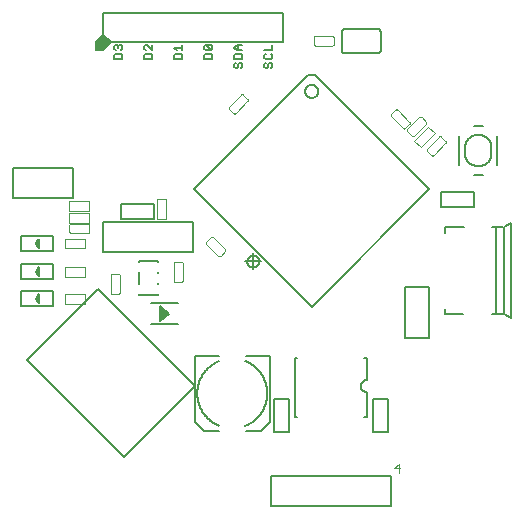
<source format=gto>
G75*
%MOIN*%
%OFA0B0*%
%FSLAX25Y25*%
%IPPOS*%
%LPD*%
%AMOC8*
5,1,8,0,0,1.08239X$1,22.5*
%
%ADD10C,0.00300*%
%ADD11C,0.00500*%
%ADD12C,0.00600*%
%ADD13C,0.00800*%
D10*
X0100619Y0113447D02*
X0100619Y0116553D01*
X0107225Y0116553D01*
X0107225Y0113447D01*
X0100619Y0113447D01*
X0115869Y0117197D02*
X0115869Y0122803D01*
X0115871Y0122847D01*
X0115877Y0122890D01*
X0115886Y0122932D01*
X0115899Y0122974D01*
X0115916Y0123014D01*
X0115936Y0123053D01*
X0115959Y0123090D01*
X0115986Y0123124D01*
X0116015Y0123157D01*
X0116048Y0123186D01*
X0116082Y0123213D01*
X0116119Y0123236D01*
X0116158Y0123256D01*
X0116198Y0123273D01*
X0116240Y0123286D01*
X0116282Y0123295D01*
X0116325Y0123301D01*
X0116369Y0123303D01*
X0118475Y0123303D01*
X0118519Y0123301D01*
X0118562Y0123295D01*
X0118604Y0123286D01*
X0118646Y0123273D01*
X0118686Y0123256D01*
X0118725Y0123236D01*
X0118762Y0123213D01*
X0118796Y0123186D01*
X0118829Y0123157D01*
X0118858Y0123124D01*
X0118885Y0123090D01*
X0118908Y0123053D01*
X0118928Y0123014D01*
X0118945Y0122974D01*
X0118958Y0122932D01*
X0118967Y0122890D01*
X0118973Y0122847D01*
X0118975Y0122803D01*
X0118975Y0117197D01*
X0118973Y0117153D01*
X0118967Y0117110D01*
X0118958Y0117068D01*
X0118945Y0117026D01*
X0118928Y0116986D01*
X0118908Y0116947D01*
X0118885Y0116910D01*
X0118858Y0116876D01*
X0118829Y0116843D01*
X0118796Y0116814D01*
X0118762Y0116787D01*
X0118725Y0116764D01*
X0118686Y0116744D01*
X0118646Y0116727D01*
X0118604Y0116714D01*
X0118562Y0116705D01*
X0118519Y0116699D01*
X0118475Y0116697D01*
X0116369Y0116697D01*
X0116325Y0116699D01*
X0116282Y0116705D01*
X0116240Y0116714D01*
X0116198Y0116727D01*
X0116158Y0116744D01*
X0116119Y0116764D01*
X0116082Y0116787D01*
X0116048Y0116814D01*
X0116015Y0116843D01*
X0115986Y0116876D01*
X0115959Y0116910D01*
X0115936Y0116947D01*
X0115916Y0116986D01*
X0115899Y0117026D01*
X0115886Y0117068D01*
X0115877Y0117110D01*
X0115871Y0117153D01*
X0115869Y0117197D01*
X0107225Y0122447D02*
X0100619Y0122447D01*
X0100619Y0125553D01*
X0107225Y0125553D01*
X0107225Y0122447D01*
X0107225Y0131947D02*
X0100619Y0131947D01*
X0100619Y0135053D01*
X0107225Y0135053D01*
X0107225Y0131947D01*
X0108225Y0136947D02*
X0102619Y0136947D01*
X0102575Y0136949D01*
X0102532Y0136955D01*
X0102490Y0136964D01*
X0102448Y0136977D01*
X0102408Y0136994D01*
X0102369Y0137014D01*
X0102332Y0137037D01*
X0102298Y0137064D01*
X0102265Y0137093D01*
X0102236Y0137126D01*
X0102209Y0137160D01*
X0102186Y0137197D01*
X0102166Y0137236D01*
X0102149Y0137276D01*
X0102136Y0137318D01*
X0102127Y0137360D01*
X0102121Y0137403D01*
X0102119Y0137447D01*
X0102119Y0139553D01*
X0102121Y0139597D01*
X0102127Y0139640D01*
X0102136Y0139682D01*
X0102149Y0139724D01*
X0102166Y0139764D01*
X0102186Y0139803D01*
X0102209Y0139840D01*
X0102236Y0139874D01*
X0102265Y0139907D01*
X0102298Y0139936D01*
X0102332Y0139963D01*
X0102369Y0139986D01*
X0102408Y0140006D01*
X0102448Y0140023D01*
X0102490Y0140036D01*
X0102532Y0140045D01*
X0102575Y0140051D01*
X0102619Y0140053D01*
X0108225Y0140053D01*
X0108269Y0140051D01*
X0108312Y0140045D01*
X0108354Y0140036D01*
X0108396Y0140023D01*
X0108436Y0140006D01*
X0108475Y0139986D01*
X0108512Y0139963D01*
X0108546Y0139936D01*
X0108579Y0139907D01*
X0108608Y0139874D01*
X0108635Y0139840D01*
X0108658Y0139803D01*
X0108678Y0139764D01*
X0108695Y0139724D01*
X0108708Y0139682D01*
X0108717Y0139640D01*
X0108723Y0139597D01*
X0108725Y0139553D01*
X0108725Y0137447D01*
X0108723Y0137403D01*
X0108717Y0137360D01*
X0108708Y0137318D01*
X0108695Y0137276D01*
X0108678Y0137236D01*
X0108658Y0137197D01*
X0108635Y0137160D01*
X0108608Y0137126D01*
X0108579Y0137093D01*
X0108546Y0137064D01*
X0108512Y0137037D01*
X0108475Y0137014D01*
X0108436Y0136994D01*
X0108396Y0136977D01*
X0108354Y0136964D01*
X0108312Y0136955D01*
X0108269Y0136949D01*
X0108225Y0136947D01*
X0108725Y0140447D02*
X0102119Y0140447D01*
X0102119Y0143553D01*
X0108725Y0143553D01*
X0108725Y0140447D01*
X0108725Y0144447D02*
X0108725Y0147553D01*
X0102119Y0147553D01*
X0102119Y0144447D01*
X0108725Y0144447D01*
X0131369Y0141697D02*
X0131369Y0148303D01*
X0134475Y0148303D01*
X0134475Y0141697D01*
X0131369Y0141697D01*
X0147841Y0134091D02*
X0149331Y0135580D01*
X0149330Y0135581D02*
X0149363Y0135610D01*
X0149397Y0135637D01*
X0149434Y0135660D01*
X0149473Y0135680D01*
X0149513Y0135697D01*
X0149555Y0135710D01*
X0149597Y0135719D01*
X0149640Y0135725D01*
X0149684Y0135727D01*
X0149728Y0135725D01*
X0149771Y0135719D01*
X0149813Y0135710D01*
X0149855Y0135697D01*
X0149895Y0135680D01*
X0149934Y0135660D01*
X0149971Y0135637D01*
X0150005Y0135610D01*
X0150038Y0135581D01*
X0150038Y0135580D02*
X0154002Y0131616D01*
X0154003Y0131617D02*
X0154032Y0131584D01*
X0154059Y0131550D01*
X0154082Y0131513D01*
X0154102Y0131474D01*
X0154119Y0131434D01*
X0154132Y0131392D01*
X0154141Y0131350D01*
X0154147Y0131307D01*
X0154149Y0131263D01*
X0154147Y0131219D01*
X0154141Y0131176D01*
X0154132Y0131134D01*
X0154119Y0131092D01*
X0154102Y0131052D01*
X0154082Y0131013D01*
X0154059Y0130976D01*
X0154032Y0130942D01*
X0154003Y0130909D01*
X0154002Y0130909D02*
X0152513Y0129420D01*
X0152513Y0129419D02*
X0152480Y0129390D01*
X0152446Y0129363D01*
X0152409Y0129340D01*
X0152370Y0129320D01*
X0152330Y0129303D01*
X0152288Y0129290D01*
X0152246Y0129281D01*
X0152203Y0129275D01*
X0152159Y0129273D01*
X0152115Y0129275D01*
X0152072Y0129281D01*
X0152030Y0129290D01*
X0151988Y0129303D01*
X0151948Y0129320D01*
X0151909Y0129340D01*
X0151872Y0129363D01*
X0151838Y0129390D01*
X0151805Y0129419D01*
X0151806Y0129420D02*
X0147841Y0133384D01*
X0147841Y0133383D02*
X0147812Y0133416D01*
X0147785Y0133450D01*
X0147762Y0133487D01*
X0147742Y0133526D01*
X0147725Y0133566D01*
X0147712Y0133608D01*
X0147703Y0133650D01*
X0147697Y0133693D01*
X0147695Y0133737D01*
X0147697Y0133781D01*
X0147703Y0133824D01*
X0147712Y0133866D01*
X0147725Y0133908D01*
X0147742Y0133948D01*
X0147762Y0133987D01*
X0147785Y0134024D01*
X0147812Y0134058D01*
X0147841Y0134091D01*
X0139975Y0126803D02*
X0139975Y0121197D01*
X0139973Y0121153D01*
X0139967Y0121110D01*
X0139958Y0121068D01*
X0139945Y0121026D01*
X0139928Y0120986D01*
X0139908Y0120947D01*
X0139885Y0120910D01*
X0139858Y0120876D01*
X0139829Y0120843D01*
X0139796Y0120814D01*
X0139762Y0120787D01*
X0139725Y0120764D01*
X0139686Y0120744D01*
X0139646Y0120727D01*
X0139604Y0120714D01*
X0139562Y0120705D01*
X0139519Y0120699D01*
X0139475Y0120697D01*
X0137369Y0120697D01*
X0137325Y0120699D01*
X0137282Y0120705D01*
X0137240Y0120714D01*
X0137198Y0120727D01*
X0137158Y0120744D01*
X0137119Y0120764D01*
X0137082Y0120787D01*
X0137048Y0120814D01*
X0137015Y0120843D01*
X0136986Y0120876D01*
X0136959Y0120910D01*
X0136936Y0120947D01*
X0136916Y0120986D01*
X0136899Y0121026D01*
X0136886Y0121068D01*
X0136877Y0121110D01*
X0136871Y0121153D01*
X0136869Y0121197D01*
X0136869Y0126803D01*
X0136871Y0126847D01*
X0136877Y0126890D01*
X0136886Y0126932D01*
X0136899Y0126974D01*
X0136916Y0127014D01*
X0136936Y0127053D01*
X0136959Y0127090D01*
X0136986Y0127124D01*
X0137015Y0127157D01*
X0137048Y0127186D01*
X0137082Y0127213D01*
X0137119Y0127236D01*
X0137158Y0127256D01*
X0137198Y0127273D01*
X0137240Y0127286D01*
X0137282Y0127295D01*
X0137325Y0127301D01*
X0137369Y0127303D01*
X0139475Y0127303D01*
X0139519Y0127301D01*
X0139562Y0127295D01*
X0139604Y0127286D01*
X0139646Y0127273D01*
X0139686Y0127256D01*
X0139725Y0127236D01*
X0139762Y0127213D01*
X0139796Y0127186D01*
X0139829Y0127157D01*
X0139858Y0127124D01*
X0139885Y0127090D01*
X0139908Y0127053D01*
X0139928Y0127014D01*
X0139945Y0126974D01*
X0139958Y0126932D01*
X0139967Y0126890D01*
X0139973Y0126847D01*
X0139975Y0126803D01*
X0214841Y0170909D02*
X0216331Y0169420D01*
X0216330Y0169419D02*
X0216363Y0169390D01*
X0216397Y0169363D01*
X0216434Y0169340D01*
X0216473Y0169320D01*
X0216513Y0169303D01*
X0216555Y0169290D01*
X0216597Y0169281D01*
X0216640Y0169275D01*
X0216684Y0169273D01*
X0216728Y0169275D01*
X0216771Y0169281D01*
X0216813Y0169290D01*
X0216855Y0169303D01*
X0216895Y0169320D01*
X0216934Y0169340D01*
X0216971Y0169363D01*
X0217005Y0169390D01*
X0217038Y0169419D01*
X0217038Y0169420D02*
X0221002Y0173384D01*
X0221003Y0173383D02*
X0221032Y0173416D01*
X0221059Y0173450D01*
X0221082Y0173487D01*
X0221102Y0173526D01*
X0221119Y0173566D01*
X0221132Y0173608D01*
X0221141Y0173650D01*
X0221147Y0173693D01*
X0221149Y0173737D01*
X0221147Y0173781D01*
X0221141Y0173824D01*
X0221132Y0173866D01*
X0221119Y0173908D01*
X0221102Y0173948D01*
X0221082Y0173987D01*
X0221059Y0174024D01*
X0221032Y0174058D01*
X0221003Y0174091D01*
X0221002Y0174091D02*
X0219513Y0175580D01*
X0219513Y0175581D02*
X0219480Y0175610D01*
X0219446Y0175637D01*
X0219409Y0175660D01*
X0219370Y0175680D01*
X0219330Y0175697D01*
X0219288Y0175710D01*
X0219246Y0175719D01*
X0219203Y0175725D01*
X0219159Y0175727D01*
X0219115Y0175725D01*
X0219072Y0175719D01*
X0219030Y0175710D01*
X0218988Y0175697D01*
X0218948Y0175680D01*
X0218909Y0175660D01*
X0218872Y0175637D01*
X0218838Y0175610D01*
X0218805Y0175581D01*
X0218806Y0175580D02*
X0214841Y0171616D01*
X0214841Y0171617D02*
X0214812Y0171584D01*
X0214785Y0171550D01*
X0214762Y0171513D01*
X0214742Y0171474D01*
X0214725Y0171434D01*
X0214712Y0171392D01*
X0214703Y0171350D01*
X0214697Y0171307D01*
X0214695Y0171263D01*
X0214697Y0171219D01*
X0214703Y0171176D01*
X0214712Y0171134D01*
X0214725Y0171092D01*
X0214742Y0171052D01*
X0214762Y0171013D01*
X0214785Y0170976D01*
X0214812Y0170942D01*
X0214841Y0170909D01*
X0214013Y0171920D02*
X0215502Y0173409D01*
X0215503Y0173409D02*
X0215532Y0173442D01*
X0215559Y0173476D01*
X0215582Y0173513D01*
X0215602Y0173552D01*
X0215619Y0173592D01*
X0215632Y0173634D01*
X0215641Y0173676D01*
X0215647Y0173719D01*
X0215649Y0173763D01*
X0215647Y0173807D01*
X0215641Y0173850D01*
X0215632Y0173892D01*
X0215619Y0173934D01*
X0215602Y0173974D01*
X0215582Y0174013D01*
X0215559Y0174050D01*
X0215532Y0174084D01*
X0215503Y0174117D01*
X0215502Y0174116D02*
X0211538Y0178080D01*
X0211538Y0178081D02*
X0211505Y0178110D01*
X0211471Y0178137D01*
X0211434Y0178160D01*
X0211395Y0178180D01*
X0211355Y0178197D01*
X0211313Y0178210D01*
X0211271Y0178219D01*
X0211228Y0178225D01*
X0211184Y0178227D01*
X0211140Y0178225D01*
X0211097Y0178219D01*
X0211055Y0178210D01*
X0211013Y0178197D01*
X0210973Y0178180D01*
X0210934Y0178160D01*
X0210897Y0178137D01*
X0210863Y0178110D01*
X0210830Y0178081D01*
X0210831Y0178080D02*
X0209341Y0176591D01*
X0209312Y0176558D01*
X0209285Y0176524D01*
X0209262Y0176487D01*
X0209242Y0176448D01*
X0209225Y0176408D01*
X0209212Y0176366D01*
X0209203Y0176324D01*
X0209197Y0176281D01*
X0209195Y0176237D01*
X0209197Y0176193D01*
X0209203Y0176150D01*
X0209212Y0176108D01*
X0209225Y0176066D01*
X0209242Y0176026D01*
X0209262Y0175987D01*
X0209285Y0175950D01*
X0209312Y0175916D01*
X0209341Y0175883D01*
X0209341Y0175884D02*
X0213306Y0171920D01*
X0213305Y0171919D02*
X0213338Y0171890D01*
X0213372Y0171863D01*
X0213409Y0171840D01*
X0213448Y0171820D01*
X0213488Y0171803D01*
X0213530Y0171790D01*
X0213572Y0171781D01*
X0213615Y0171775D01*
X0213659Y0171773D01*
X0213703Y0171775D01*
X0213746Y0171781D01*
X0213788Y0171790D01*
X0213830Y0171803D01*
X0213870Y0171820D01*
X0213909Y0171840D01*
X0213946Y0171863D01*
X0213980Y0171890D01*
X0214013Y0171919D01*
X0216988Y0167763D02*
X0219184Y0165566D01*
X0223856Y0170237D01*
X0221659Y0172434D01*
X0216988Y0167763D01*
X0221341Y0165116D02*
X0225306Y0169080D01*
X0225305Y0169081D02*
X0225338Y0169110D01*
X0225372Y0169137D01*
X0225409Y0169160D01*
X0225448Y0169180D01*
X0225488Y0169197D01*
X0225530Y0169210D01*
X0225572Y0169219D01*
X0225615Y0169225D01*
X0225659Y0169227D01*
X0225703Y0169225D01*
X0225746Y0169219D01*
X0225788Y0169210D01*
X0225830Y0169197D01*
X0225870Y0169180D01*
X0225909Y0169160D01*
X0225946Y0169137D01*
X0225980Y0169110D01*
X0226013Y0169081D01*
X0226013Y0169080D02*
X0227502Y0167591D01*
X0227503Y0167591D02*
X0227532Y0167558D01*
X0227559Y0167524D01*
X0227582Y0167487D01*
X0227602Y0167448D01*
X0227619Y0167408D01*
X0227632Y0167366D01*
X0227641Y0167324D01*
X0227647Y0167281D01*
X0227649Y0167237D01*
X0227647Y0167193D01*
X0227641Y0167150D01*
X0227632Y0167108D01*
X0227619Y0167066D01*
X0227602Y0167026D01*
X0227582Y0166987D01*
X0227559Y0166950D01*
X0227532Y0166916D01*
X0227503Y0166883D01*
X0227502Y0166884D02*
X0223538Y0162920D01*
X0223538Y0162919D02*
X0223505Y0162890D01*
X0223471Y0162863D01*
X0223434Y0162840D01*
X0223395Y0162820D01*
X0223355Y0162803D01*
X0223313Y0162790D01*
X0223271Y0162781D01*
X0223228Y0162775D01*
X0223184Y0162773D01*
X0223140Y0162775D01*
X0223097Y0162781D01*
X0223055Y0162790D01*
X0223013Y0162803D01*
X0222973Y0162820D01*
X0222934Y0162840D01*
X0222897Y0162863D01*
X0222863Y0162890D01*
X0222830Y0162919D01*
X0222831Y0162920D02*
X0221341Y0164409D01*
X0221312Y0164442D01*
X0221285Y0164476D01*
X0221262Y0164513D01*
X0221242Y0164552D01*
X0221225Y0164592D01*
X0221212Y0164634D01*
X0221203Y0164676D01*
X0221197Y0164719D01*
X0221195Y0164763D01*
X0221197Y0164807D01*
X0221203Y0164850D01*
X0221212Y0164892D01*
X0221225Y0164934D01*
X0221242Y0164974D01*
X0221262Y0165013D01*
X0221285Y0165050D01*
X0221312Y0165084D01*
X0221341Y0165117D01*
X0161502Y0180884D02*
X0157538Y0176920D01*
X0157538Y0176919D02*
X0157505Y0176890D01*
X0157471Y0176863D01*
X0157434Y0176840D01*
X0157395Y0176820D01*
X0157355Y0176803D01*
X0157313Y0176790D01*
X0157271Y0176781D01*
X0157228Y0176775D01*
X0157184Y0176773D01*
X0157140Y0176775D01*
X0157097Y0176781D01*
X0157055Y0176790D01*
X0157013Y0176803D01*
X0156973Y0176820D01*
X0156934Y0176840D01*
X0156897Y0176863D01*
X0156863Y0176890D01*
X0156830Y0176919D01*
X0156831Y0176920D02*
X0155341Y0178409D01*
X0155312Y0178442D01*
X0155285Y0178476D01*
X0155262Y0178513D01*
X0155242Y0178552D01*
X0155225Y0178592D01*
X0155212Y0178634D01*
X0155203Y0178676D01*
X0155197Y0178719D01*
X0155195Y0178763D01*
X0155197Y0178807D01*
X0155203Y0178850D01*
X0155212Y0178892D01*
X0155225Y0178934D01*
X0155242Y0178974D01*
X0155262Y0179013D01*
X0155285Y0179050D01*
X0155312Y0179084D01*
X0155341Y0179117D01*
X0155341Y0179116D02*
X0159306Y0183080D01*
X0159305Y0183081D02*
X0159338Y0183110D01*
X0159372Y0183137D01*
X0159409Y0183160D01*
X0159448Y0183180D01*
X0159488Y0183197D01*
X0159530Y0183210D01*
X0159572Y0183219D01*
X0159615Y0183225D01*
X0159659Y0183227D01*
X0159703Y0183225D01*
X0159746Y0183219D01*
X0159788Y0183210D01*
X0159830Y0183197D01*
X0159870Y0183180D01*
X0159909Y0183160D01*
X0159946Y0183137D01*
X0159980Y0183110D01*
X0160013Y0183081D01*
X0160013Y0183080D02*
X0161502Y0181591D01*
X0161503Y0181591D02*
X0161532Y0181558D01*
X0161559Y0181524D01*
X0161582Y0181487D01*
X0161602Y0181448D01*
X0161619Y0181408D01*
X0161632Y0181366D01*
X0161641Y0181324D01*
X0161647Y0181281D01*
X0161649Y0181237D01*
X0161647Y0181193D01*
X0161641Y0181150D01*
X0161632Y0181108D01*
X0161619Y0181066D01*
X0161602Y0181026D01*
X0161582Y0180987D01*
X0161559Y0180950D01*
X0161532Y0180916D01*
X0161503Y0180883D01*
X0183619Y0199947D02*
X0183619Y0202053D01*
X0183621Y0202097D01*
X0183627Y0202140D01*
X0183636Y0202182D01*
X0183649Y0202224D01*
X0183666Y0202264D01*
X0183686Y0202303D01*
X0183709Y0202340D01*
X0183736Y0202374D01*
X0183765Y0202407D01*
X0183798Y0202436D01*
X0183832Y0202463D01*
X0183869Y0202486D01*
X0183908Y0202506D01*
X0183948Y0202523D01*
X0183990Y0202536D01*
X0184032Y0202545D01*
X0184075Y0202551D01*
X0184119Y0202553D01*
X0189725Y0202553D01*
X0189769Y0202551D01*
X0189812Y0202545D01*
X0189854Y0202536D01*
X0189896Y0202523D01*
X0189936Y0202506D01*
X0189975Y0202486D01*
X0190012Y0202463D01*
X0190046Y0202436D01*
X0190079Y0202407D01*
X0190108Y0202374D01*
X0190135Y0202340D01*
X0190158Y0202303D01*
X0190178Y0202264D01*
X0190195Y0202224D01*
X0190208Y0202182D01*
X0190217Y0202140D01*
X0190223Y0202097D01*
X0190225Y0202053D01*
X0190225Y0199947D01*
X0190223Y0199903D01*
X0190217Y0199860D01*
X0190208Y0199818D01*
X0190195Y0199776D01*
X0190178Y0199736D01*
X0190158Y0199697D01*
X0190135Y0199660D01*
X0190108Y0199626D01*
X0190079Y0199593D01*
X0190046Y0199564D01*
X0190012Y0199537D01*
X0189975Y0199514D01*
X0189936Y0199494D01*
X0189896Y0199477D01*
X0189854Y0199464D01*
X0189812Y0199455D01*
X0189769Y0199449D01*
X0189725Y0199447D01*
X0184119Y0199447D01*
X0184075Y0199449D01*
X0184032Y0199455D01*
X0183990Y0199464D01*
X0183948Y0199477D01*
X0183908Y0199494D01*
X0183869Y0199514D01*
X0183832Y0199537D01*
X0183798Y0199564D01*
X0183765Y0199593D01*
X0183736Y0199626D01*
X0183709Y0199660D01*
X0183686Y0199697D01*
X0183666Y0199736D01*
X0183649Y0199776D01*
X0183636Y0199818D01*
X0183627Y0199860D01*
X0183621Y0199903D01*
X0183619Y0199947D01*
X0211900Y0060022D02*
X0210448Y0058571D01*
X0212383Y0058571D01*
X0211900Y0057120D02*
X0211900Y0060022D01*
D11*
X0120340Y0062400D02*
X0088047Y0094693D01*
X0111710Y0118356D01*
X0144003Y0086063D01*
X0120340Y0062400D01*
X0169422Y0056000D02*
X0169422Y0046000D01*
X0209422Y0046000D01*
X0209422Y0056000D01*
X0169422Y0056000D01*
X0170422Y0070500D02*
X0170422Y0081500D01*
X0175422Y0081500D01*
X0175422Y0070500D01*
X0170422Y0070500D01*
X0203422Y0070500D02*
X0203422Y0081500D01*
X0208422Y0081500D01*
X0208422Y0070500D01*
X0203422Y0070500D01*
X0213922Y0102000D02*
X0213922Y0119000D01*
X0221922Y0119000D01*
X0221922Y0102000D01*
X0213922Y0102000D01*
X0227201Y0109933D02*
X0233304Y0109933D01*
X0227201Y0109933D02*
X0227201Y0111508D01*
X0243146Y0109933D02*
X0246689Y0109933D01*
X0246886Y0109933D02*
X0246886Y0139067D01*
X0249249Y0140445D01*
X0249249Y0108555D01*
X0246886Y0109933D01*
X0244422Y0110000D02*
X0244422Y0139000D01*
X0243146Y0139067D02*
X0246689Y0139067D01*
X0236922Y0145500D02*
X0225922Y0145500D01*
X0225922Y0150500D01*
X0236922Y0150500D01*
X0236922Y0145500D01*
X0233697Y0139067D02*
X0227201Y0139067D01*
X0227201Y0137098D01*
X0236847Y0156232D02*
X0239997Y0156232D01*
X0244721Y0159776D02*
X0244721Y0169224D01*
X0242752Y0166075D02*
X0242752Y0162925D01*
X0242738Y0162802D01*
X0242720Y0162679D01*
X0242698Y0162556D01*
X0242672Y0162435D01*
X0242642Y0162314D01*
X0242609Y0162194D01*
X0242572Y0162076D01*
X0242531Y0161958D01*
X0242486Y0161842D01*
X0242438Y0161728D01*
X0242386Y0161615D01*
X0242331Y0161503D01*
X0242272Y0161394D01*
X0242210Y0161286D01*
X0242144Y0161181D01*
X0242076Y0161077D01*
X0242004Y0160976D01*
X0241928Y0160877D01*
X0241850Y0160780D01*
X0241769Y0160686D01*
X0241685Y0160595D01*
X0241598Y0160506D01*
X0241508Y0160420D01*
X0241416Y0160337D01*
X0241321Y0160256D01*
X0241223Y0160179D01*
X0241123Y0160105D01*
X0241021Y0160034D01*
X0240917Y0159967D01*
X0240811Y0159902D01*
X0240702Y0159841D01*
X0240592Y0159784D01*
X0240480Y0159730D01*
X0240367Y0159679D01*
X0240252Y0159632D01*
X0240135Y0159589D01*
X0240017Y0159549D01*
X0239898Y0159513D01*
X0239778Y0159481D01*
X0239657Y0159453D01*
X0239535Y0159428D01*
X0239413Y0159407D01*
X0239290Y0159391D01*
X0239166Y0159378D01*
X0239042Y0159369D01*
X0238918Y0159363D01*
X0238794Y0159362D01*
X0238669Y0159365D01*
X0238545Y0159371D01*
X0238421Y0159382D01*
X0234091Y0162925D02*
X0234091Y0166075D01*
X0232123Y0169224D02*
X0232123Y0159776D01*
X0234091Y0162925D02*
X0234105Y0162802D01*
X0234123Y0162679D01*
X0234145Y0162556D01*
X0234171Y0162435D01*
X0234201Y0162314D01*
X0234234Y0162194D01*
X0234271Y0162076D01*
X0234312Y0161958D01*
X0234357Y0161842D01*
X0234405Y0161728D01*
X0234457Y0161615D01*
X0234512Y0161503D01*
X0234571Y0161394D01*
X0234633Y0161286D01*
X0234699Y0161181D01*
X0234767Y0161077D01*
X0234839Y0160976D01*
X0234915Y0160877D01*
X0234993Y0160780D01*
X0235074Y0160686D01*
X0235158Y0160595D01*
X0235245Y0160506D01*
X0235335Y0160420D01*
X0235427Y0160337D01*
X0235522Y0160256D01*
X0235620Y0160179D01*
X0235720Y0160105D01*
X0235822Y0160034D01*
X0235926Y0159967D01*
X0236032Y0159902D01*
X0236141Y0159841D01*
X0236251Y0159784D01*
X0236363Y0159730D01*
X0236476Y0159679D01*
X0236591Y0159632D01*
X0236708Y0159589D01*
X0236826Y0159549D01*
X0236945Y0159513D01*
X0237065Y0159481D01*
X0237186Y0159453D01*
X0237308Y0159428D01*
X0237430Y0159407D01*
X0237553Y0159391D01*
X0237677Y0159378D01*
X0237801Y0159369D01*
X0237925Y0159363D01*
X0238049Y0159362D01*
X0238174Y0159365D01*
X0238298Y0159371D01*
X0238422Y0159382D01*
X0242752Y0166075D02*
X0242738Y0166198D01*
X0242720Y0166321D01*
X0242698Y0166444D01*
X0242672Y0166565D01*
X0242642Y0166686D01*
X0242609Y0166806D01*
X0242572Y0166924D01*
X0242531Y0167042D01*
X0242486Y0167158D01*
X0242438Y0167272D01*
X0242386Y0167385D01*
X0242331Y0167497D01*
X0242272Y0167606D01*
X0242210Y0167714D01*
X0242144Y0167819D01*
X0242076Y0167923D01*
X0242004Y0168024D01*
X0241928Y0168123D01*
X0241850Y0168220D01*
X0241769Y0168314D01*
X0241685Y0168405D01*
X0241598Y0168494D01*
X0241508Y0168580D01*
X0241416Y0168663D01*
X0241321Y0168744D01*
X0241223Y0168821D01*
X0241123Y0168895D01*
X0241021Y0168966D01*
X0240917Y0169033D01*
X0240811Y0169098D01*
X0240702Y0169159D01*
X0240592Y0169216D01*
X0240480Y0169270D01*
X0240367Y0169321D01*
X0240252Y0169368D01*
X0240135Y0169411D01*
X0240017Y0169451D01*
X0239898Y0169487D01*
X0239778Y0169519D01*
X0239657Y0169547D01*
X0239535Y0169572D01*
X0239413Y0169593D01*
X0239290Y0169609D01*
X0239166Y0169622D01*
X0239042Y0169631D01*
X0238918Y0169637D01*
X0238794Y0169638D01*
X0238669Y0169635D01*
X0238545Y0169629D01*
X0238421Y0169618D01*
X0238422Y0169618D02*
X0238298Y0169629D01*
X0238174Y0169635D01*
X0238049Y0169638D01*
X0237925Y0169637D01*
X0237801Y0169631D01*
X0237677Y0169622D01*
X0237553Y0169609D01*
X0237430Y0169593D01*
X0237308Y0169572D01*
X0237186Y0169547D01*
X0237065Y0169519D01*
X0236945Y0169487D01*
X0236826Y0169451D01*
X0236708Y0169411D01*
X0236591Y0169368D01*
X0236476Y0169321D01*
X0236363Y0169270D01*
X0236251Y0169216D01*
X0236141Y0169159D01*
X0236032Y0169098D01*
X0235926Y0169033D01*
X0235822Y0168966D01*
X0235720Y0168895D01*
X0235620Y0168821D01*
X0235522Y0168744D01*
X0235427Y0168663D01*
X0235335Y0168580D01*
X0235245Y0168494D01*
X0235158Y0168405D01*
X0235074Y0168314D01*
X0234993Y0168220D01*
X0234915Y0168123D01*
X0234839Y0168024D01*
X0234767Y0167923D01*
X0234699Y0167819D01*
X0234633Y0167714D01*
X0234571Y0167606D01*
X0234512Y0167497D01*
X0234457Y0167385D01*
X0234405Y0167272D01*
X0234357Y0167158D01*
X0234312Y0167042D01*
X0234271Y0166924D01*
X0234234Y0166806D01*
X0234201Y0166686D01*
X0234171Y0166565D01*
X0234145Y0166444D01*
X0234123Y0166321D01*
X0234105Y0166198D01*
X0234091Y0166075D01*
X0236847Y0172768D02*
X0239997Y0172768D01*
X0173343Y0200579D02*
X0113500Y0200579D01*
X0113500Y0210421D01*
X0173343Y0210421D01*
X0173343Y0200579D01*
X0169772Y0199605D02*
X0169772Y0197803D01*
X0167069Y0197803D01*
X0167520Y0196659D02*
X0167069Y0196208D01*
X0167069Y0195307D01*
X0167520Y0194857D01*
X0169321Y0194857D01*
X0169772Y0195307D01*
X0169772Y0196208D01*
X0169321Y0196659D01*
X0169321Y0193712D02*
X0169772Y0193262D01*
X0169772Y0192361D01*
X0169321Y0191910D01*
X0168421Y0192361D02*
X0168421Y0193262D01*
X0168871Y0193712D01*
X0169321Y0193712D01*
X0168421Y0192361D02*
X0167970Y0191910D01*
X0167520Y0191910D01*
X0167069Y0192361D01*
X0167069Y0193262D01*
X0167520Y0193712D01*
X0159772Y0193262D02*
X0159772Y0192361D01*
X0159321Y0191910D01*
X0158421Y0192361D02*
X0158421Y0193262D01*
X0158871Y0193712D01*
X0159321Y0193712D01*
X0159772Y0193262D01*
X0159772Y0194857D02*
X0157069Y0194857D01*
X0157069Y0196208D01*
X0157520Y0196659D01*
X0159321Y0196659D01*
X0159772Y0196208D01*
X0159772Y0194857D01*
X0157520Y0193712D02*
X0157069Y0193262D01*
X0157069Y0192361D01*
X0157520Y0191910D01*
X0157970Y0191910D01*
X0158421Y0192361D01*
X0158421Y0197803D02*
X0158421Y0199605D01*
X0157970Y0199605D02*
X0159772Y0199605D01*
X0159772Y0197803D02*
X0157970Y0197803D01*
X0157069Y0198704D01*
X0157970Y0199605D01*
X0149772Y0199155D02*
X0149772Y0198254D01*
X0149321Y0197803D01*
X0147520Y0199605D01*
X0149321Y0199605D01*
X0149772Y0199155D01*
X0149321Y0197803D02*
X0147520Y0197803D01*
X0147069Y0198254D01*
X0147069Y0199155D01*
X0147520Y0199605D01*
X0147520Y0196659D02*
X0147069Y0196208D01*
X0147069Y0194857D01*
X0149772Y0194857D01*
X0149772Y0196208D01*
X0149321Y0196659D01*
X0147520Y0196659D01*
X0139772Y0196208D02*
X0139772Y0194857D01*
X0137069Y0194857D01*
X0137069Y0196208D01*
X0137520Y0196659D01*
X0139321Y0196659D01*
X0139772Y0196208D01*
X0139772Y0197803D02*
X0139772Y0199605D01*
X0139772Y0198704D02*
X0137069Y0198704D01*
X0137970Y0197803D01*
X0129772Y0197803D02*
X0127970Y0199605D01*
X0127520Y0199605D01*
X0127069Y0199155D01*
X0127069Y0198254D01*
X0127520Y0197803D01*
X0127520Y0196659D02*
X0127069Y0196208D01*
X0127069Y0194857D01*
X0129772Y0194857D01*
X0129772Y0196208D01*
X0129321Y0196659D01*
X0127520Y0196659D01*
X0129772Y0197803D02*
X0129772Y0199605D01*
X0119772Y0199155D02*
X0119772Y0198254D01*
X0119321Y0197803D01*
X0119321Y0196659D02*
X0117520Y0196659D01*
X0117069Y0196208D01*
X0117069Y0194857D01*
X0119772Y0194857D01*
X0119772Y0196208D01*
X0119321Y0196659D01*
X0117520Y0197803D02*
X0117069Y0198254D01*
X0117069Y0199155D01*
X0117520Y0199605D01*
X0117970Y0199605D01*
X0118421Y0199155D01*
X0118871Y0199605D01*
X0119321Y0199605D01*
X0119772Y0199155D01*
X0118421Y0199155D02*
X0118421Y0198704D01*
X0115922Y0200500D02*
X0113422Y0198000D01*
X0110922Y0198000D01*
X0110922Y0200500D01*
X0113422Y0203000D01*
X0115922Y0200500D01*
X0115886Y0200536D02*
X0110957Y0200536D01*
X0110922Y0200037D02*
X0115459Y0200037D01*
X0114960Y0199539D02*
X0110922Y0199539D01*
X0110922Y0199040D02*
X0114462Y0199040D01*
X0113963Y0198541D02*
X0110922Y0198541D01*
X0110922Y0198043D02*
X0113465Y0198043D01*
X0115388Y0201034D02*
X0111456Y0201034D01*
X0111954Y0201533D02*
X0114889Y0201533D01*
X0114391Y0202031D02*
X0112453Y0202031D01*
X0112951Y0202530D02*
X0113892Y0202530D01*
X0103422Y0158500D02*
X0083422Y0158500D01*
X0083422Y0148500D01*
X0103422Y0148500D01*
X0103422Y0158500D01*
X0119422Y0146500D02*
X0119422Y0141500D01*
X0130422Y0141500D01*
X0130422Y0146500D01*
X0119422Y0146500D01*
X0113422Y0140500D02*
X0143422Y0140500D01*
X0143422Y0130500D01*
X0113422Y0130500D01*
X0113422Y0140500D01*
X0096672Y0136000D02*
X0096672Y0131000D01*
X0086172Y0131000D01*
X0086172Y0136000D01*
X0096672Y0136000D01*
X0091922Y0135000D02*
X0091422Y0134250D01*
X0091422Y0132750D01*
X0091922Y0132000D01*
X0091922Y0135000D01*
X0091672Y0134500D02*
X0091672Y0132500D01*
X0091422Y0132750D02*
X0090922Y0133500D01*
X0091422Y0134250D01*
X0086172Y0126500D02*
X0096672Y0126500D01*
X0096672Y0121500D01*
X0086172Y0121500D01*
X0086172Y0126500D01*
X0090922Y0124000D02*
X0091422Y0123250D01*
X0091422Y0124750D01*
X0090922Y0124000D01*
X0091422Y0124750D02*
X0091922Y0125500D01*
X0091922Y0122500D01*
X0091422Y0123250D01*
X0091672Y0123000D02*
X0091672Y0125000D01*
X0096672Y0117500D02*
X0086172Y0117500D01*
X0086172Y0112500D01*
X0096672Y0112500D01*
X0096672Y0117500D01*
X0091922Y0116500D02*
X0091422Y0115750D01*
X0091422Y0114250D01*
X0091922Y0113500D01*
X0091922Y0116500D01*
X0091672Y0116000D02*
X0091672Y0114000D01*
X0091422Y0114250D02*
X0090922Y0115000D01*
X0091422Y0115750D01*
X0129422Y0113500D02*
X0138422Y0113500D01*
X0135422Y0110000D02*
X0132422Y0108000D01*
X0132922Y0112000D01*
X0134922Y0110000D01*
X0132422Y0108500D01*
X0132922Y0111500D01*
X0134422Y0110000D01*
X0132922Y0109000D01*
X0132922Y0109500D01*
X0133422Y0110500D01*
X0133422Y0110000D01*
X0133922Y0110000D02*
X0132922Y0109500D01*
X0132922Y0111000D01*
X0133422Y0110500D01*
X0133922Y0110000D01*
X0135422Y0110000D02*
X0132422Y0112500D01*
X0132422Y0108500D01*
X0132422Y0108000D01*
X0132422Y0107500D01*
X0135422Y0110000D01*
X0138422Y0106500D02*
X0129422Y0106500D01*
X0163422Y0124839D02*
X0163422Y0127500D01*
X0161422Y0127500D02*
X0161424Y0127589D01*
X0161430Y0127678D01*
X0161440Y0127767D01*
X0161454Y0127855D01*
X0161471Y0127942D01*
X0161493Y0128028D01*
X0161519Y0128114D01*
X0161548Y0128198D01*
X0161581Y0128281D01*
X0161617Y0128362D01*
X0161658Y0128442D01*
X0161701Y0128519D01*
X0161748Y0128595D01*
X0161799Y0128668D01*
X0161852Y0128739D01*
X0161909Y0128808D01*
X0161969Y0128874D01*
X0162032Y0128938D01*
X0162097Y0128998D01*
X0162165Y0129056D01*
X0162236Y0129110D01*
X0162309Y0129161D01*
X0162384Y0129209D01*
X0162461Y0129254D01*
X0162540Y0129295D01*
X0162621Y0129332D01*
X0162703Y0129366D01*
X0162787Y0129397D01*
X0162872Y0129423D01*
X0162958Y0129446D01*
X0163045Y0129464D01*
X0163133Y0129479D01*
X0163222Y0129490D01*
X0163311Y0129497D01*
X0163400Y0129500D01*
X0163489Y0129499D01*
X0163578Y0129494D01*
X0163666Y0129485D01*
X0163755Y0129472D01*
X0163842Y0129455D01*
X0163929Y0129435D01*
X0164015Y0129410D01*
X0164099Y0129382D01*
X0164182Y0129350D01*
X0164264Y0129314D01*
X0164344Y0129275D01*
X0164422Y0129232D01*
X0164498Y0129186D01*
X0164572Y0129136D01*
X0164644Y0129083D01*
X0164713Y0129027D01*
X0164780Y0128968D01*
X0164844Y0128906D01*
X0164905Y0128842D01*
X0164964Y0128774D01*
X0165019Y0128704D01*
X0165071Y0128632D01*
X0165120Y0128557D01*
X0165165Y0128481D01*
X0165207Y0128402D01*
X0165245Y0128322D01*
X0165280Y0128240D01*
X0165311Y0128156D01*
X0165339Y0128071D01*
X0165362Y0127985D01*
X0165382Y0127898D01*
X0165398Y0127811D01*
X0165410Y0127722D01*
X0165418Y0127634D01*
X0165422Y0127545D01*
X0165422Y0127455D01*
X0165418Y0127366D01*
X0165410Y0127278D01*
X0165398Y0127189D01*
X0165382Y0127102D01*
X0165362Y0127015D01*
X0165339Y0126929D01*
X0165311Y0126844D01*
X0165280Y0126760D01*
X0165245Y0126678D01*
X0165207Y0126598D01*
X0165165Y0126519D01*
X0165120Y0126443D01*
X0165071Y0126368D01*
X0165019Y0126296D01*
X0164964Y0126226D01*
X0164905Y0126158D01*
X0164844Y0126094D01*
X0164780Y0126032D01*
X0164713Y0125973D01*
X0164644Y0125917D01*
X0164572Y0125864D01*
X0164498Y0125814D01*
X0164422Y0125768D01*
X0164344Y0125725D01*
X0164264Y0125686D01*
X0164182Y0125650D01*
X0164099Y0125618D01*
X0164015Y0125590D01*
X0163929Y0125565D01*
X0163842Y0125545D01*
X0163755Y0125528D01*
X0163666Y0125515D01*
X0163578Y0125506D01*
X0163489Y0125501D01*
X0163400Y0125500D01*
X0163311Y0125503D01*
X0163222Y0125510D01*
X0163133Y0125521D01*
X0163045Y0125536D01*
X0162958Y0125554D01*
X0162872Y0125577D01*
X0162787Y0125603D01*
X0162703Y0125634D01*
X0162621Y0125668D01*
X0162540Y0125705D01*
X0162461Y0125746D01*
X0162384Y0125791D01*
X0162309Y0125839D01*
X0162236Y0125890D01*
X0162165Y0125944D01*
X0162097Y0126002D01*
X0162032Y0126062D01*
X0161969Y0126126D01*
X0161909Y0126192D01*
X0161852Y0126261D01*
X0161799Y0126332D01*
X0161748Y0126405D01*
X0161701Y0126481D01*
X0161658Y0126558D01*
X0161617Y0126638D01*
X0161581Y0126719D01*
X0161548Y0126802D01*
X0161519Y0126886D01*
X0161493Y0126972D01*
X0161471Y0127058D01*
X0161454Y0127145D01*
X0161440Y0127233D01*
X0161430Y0127322D01*
X0161424Y0127411D01*
X0161422Y0127500D01*
X0160760Y0127500D02*
X0163422Y0127500D01*
X0166083Y0127500D01*
X0163422Y0127500D02*
X0163422Y0130161D01*
D12*
X0182922Y0112325D02*
X0143747Y0151500D01*
X0181719Y0189472D01*
X0184124Y0189472D01*
X0222097Y0151500D01*
X0182922Y0112325D01*
X0131612Y0116291D02*
X0131612Y0116773D01*
X0131612Y0116291D02*
X0125231Y0116291D01*
X0125231Y0116773D01*
X0125231Y0119943D02*
X0125231Y0124057D01*
X0125231Y0127227D02*
X0125231Y0127709D01*
X0131612Y0127709D01*
X0131612Y0127227D01*
X0131612Y0124057D02*
X0131612Y0123683D01*
X0131612Y0120317D02*
X0131612Y0119943D01*
X0180722Y0184239D02*
X0180724Y0184332D01*
X0180730Y0184426D01*
X0180740Y0184518D01*
X0180754Y0184611D01*
X0180771Y0184702D01*
X0180793Y0184793D01*
X0180818Y0184883D01*
X0180848Y0184972D01*
X0180881Y0185059D01*
X0180917Y0185145D01*
X0180958Y0185229D01*
X0181001Y0185312D01*
X0181049Y0185392D01*
X0181099Y0185471D01*
X0181153Y0185547D01*
X0181210Y0185621D01*
X0181271Y0185692D01*
X0181334Y0185761D01*
X0181400Y0185827D01*
X0181469Y0185890D01*
X0181540Y0185951D01*
X0181614Y0186008D01*
X0181690Y0186062D01*
X0181769Y0186112D01*
X0181849Y0186160D01*
X0181932Y0186203D01*
X0182016Y0186244D01*
X0182102Y0186280D01*
X0182189Y0186313D01*
X0182278Y0186343D01*
X0182368Y0186368D01*
X0182459Y0186390D01*
X0182550Y0186407D01*
X0182643Y0186421D01*
X0182735Y0186431D01*
X0182829Y0186437D01*
X0182922Y0186439D01*
X0183015Y0186437D01*
X0183109Y0186431D01*
X0183201Y0186421D01*
X0183294Y0186407D01*
X0183385Y0186390D01*
X0183476Y0186368D01*
X0183566Y0186343D01*
X0183655Y0186313D01*
X0183742Y0186280D01*
X0183828Y0186244D01*
X0183912Y0186203D01*
X0183995Y0186160D01*
X0184075Y0186112D01*
X0184154Y0186062D01*
X0184230Y0186008D01*
X0184304Y0185951D01*
X0184375Y0185890D01*
X0184444Y0185827D01*
X0184510Y0185761D01*
X0184573Y0185692D01*
X0184634Y0185621D01*
X0184691Y0185547D01*
X0184745Y0185471D01*
X0184795Y0185392D01*
X0184843Y0185312D01*
X0184886Y0185229D01*
X0184927Y0185145D01*
X0184963Y0185059D01*
X0184996Y0184972D01*
X0185026Y0184883D01*
X0185051Y0184793D01*
X0185073Y0184702D01*
X0185090Y0184611D01*
X0185104Y0184518D01*
X0185114Y0184426D01*
X0185120Y0184332D01*
X0185122Y0184239D01*
X0185120Y0184146D01*
X0185114Y0184052D01*
X0185104Y0183960D01*
X0185090Y0183867D01*
X0185073Y0183776D01*
X0185051Y0183685D01*
X0185026Y0183595D01*
X0184996Y0183506D01*
X0184963Y0183419D01*
X0184927Y0183333D01*
X0184886Y0183249D01*
X0184843Y0183166D01*
X0184795Y0183086D01*
X0184745Y0183007D01*
X0184691Y0182931D01*
X0184634Y0182857D01*
X0184573Y0182786D01*
X0184510Y0182717D01*
X0184444Y0182651D01*
X0184375Y0182588D01*
X0184304Y0182527D01*
X0184230Y0182470D01*
X0184154Y0182416D01*
X0184075Y0182366D01*
X0183995Y0182318D01*
X0183912Y0182275D01*
X0183828Y0182234D01*
X0183742Y0182198D01*
X0183655Y0182165D01*
X0183566Y0182135D01*
X0183476Y0182110D01*
X0183385Y0182088D01*
X0183294Y0182071D01*
X0183201Y0182057D01*
X0183109Y0182047D01*
X0183015Y0182041D01*
X0182922Y0182039D01*
X0182829Y0182041D01*
X0182735Y0182047D01*
X0182643Y0182057D01*
X0182550Y0182071D01*
X0182459Y0182088D01*
X0182368Y0182110D01*
X0182278Y0182135D01*
X0182189Y0182165D01*
X0182102Y0182198D01*
X0182016Y0182234D01*
X0181932Y0182275D01*
X0181849Y0182318D01*
X0181769Y0182366D01*
X0181690Y0182416D01*
X0181614Y0182470D01*
X0181540Y0182527D01*
X0181469Y0182588D01*
X0181400Y0182651D01*
X0181334Y0182717D01*
X0181271Y0182786D01*
X0181210Y0182857D01*
X0181153Y0182931D01*
X0181099Y0183007D01*
X0181049Y0183086D01*
X0181001Y0183166D01*
X0180958Y0183249D01*
X0180917Y0183333D01*
X0180881Y0183419D01*
X0180848Y0183506D01*
X0180818Y0183595D01*
X0180793Y0183685D01*
X0180771Y0183776D01*
X0180754Y0183867D01*
X0180740Y0183960D01*
X0180730Y0184052D01*
X0180724Y0184146D01*
X0180722Y0184239D01*
X0193922Y0197000D02*
X0204922Y0197000D01*
X0204982Y0197002D01*
X0205043Y0197007D01*
X0205102Y0197016D01*
X0205161Y0197029D01*
X0205220Y0197045D01*
X0205277Y0197065D01*
X0205332Y0197088D01*
X0205387Y0197115D01*
X0205439Y0197144D01*
X0205490Y0197177D01*
X0205539Y0197213D01*
X0205585Y0197251D01*
X0205629Y0197293D01*
X0205671Y0197337D01*
X0205709Y0197383D01*
X0205745Y0197432D01*
X0205778Y0197483D01*
X0205807Y0197535D01*
X0205834Y0197590D01*
X0205857Y0197645D01*
X0205877Y0197702D01*
X0205893Y0197761D01*
X0205906Y0197820D01*
X0205915Y0197879D01*
X0205920Y0197940D01*
X0205922Y0198000D01*
X0205922Y0204000D01*
X0205920Y0204060D01*
X0205915Y0204121D01*
X0205906Y0204180D01*
X0205893Y0204239D01*
X0205877Y0204298D01*
X0205857Y0204355D01*
X0205834Y0204410D01*
X0205807Y0204465D01*
X0205778Y0204517D01*
X0205745Y0204568D01*
X0205709Y0204617D01*
X0205671Y0204663D01*
X0205629Y0204707D01*
X0205585Y0204749D01*
X0205539Y0204787D01*
X0205490Y0204823D01*
X0205439Y0204856D01*
X0205387Y0204885D01*
X0205332Y0204912D01*
X0205277Y0204935D01*
X0205220Y0204955D01*
X0205161Y0204971D01*
X0205102Y0204984D01*
X0205043Y0204993D01*
X0204982Y0204998D01*
X0204922Y0205000D01*
X0193922Y0205000D01*
X0193862Y0204998D01*
X0193801Y0204993D01*
X0193742Y0204984D01*
X0193683Y0204971D01*
X0193624Y0204955D01*
X0193567Y0204935D01*
X0193512Y0204912D01*
X0193457Y0204885D01*
X0193405Y0204856D01*
X0193354Y0204823D01*
X0193305Y0204787D01*
X0193259Y0204749D01*
X0193215Y0204707D01*
X0193173Y0204663D01*
X0193135Y0204617D01*
X0193099Y0204568D01*
X0193066Y0204517D01*
X0193037Y0204465D01*
X0193010Y0204410D01*
X0192987Y0204355D01*
X0192967Y0204298D01*
X0192951Y0204239D01*
X0192938Y0204180D01*
X0192929Y0204121D01*
X0192924Y0204060D01*
X0192922Y0204000D01*
X0192922Y0198000D01*
X0192924Y0197940D01*
X0192929Y0197879D01*
X0192938Y0197820D01*
X0192951Y0197761D01*
X0192967Y0197702D01*
X0192987Y0197645D01*
X0193010Y0197590D01*
X0193037Y0197535D01*
X0193066Y0197483D01*
X0193099Y0197432D01*
X0193135Y0197383D01*
X0193173Y0197337D01*
X0193215Y0197293D01*
X0193259Y0197251D01*
X0193305Y0197213D01*
X0193354Y0197177D01*
X0193405Y0197144D01*
X0193457Y0197115D01*
X0193512Y0197088D01*
X0193567Y0197065D01*
X0193624Y0197045D01*
X0193683Y0197029D01*
X0193742Y0197016D01*
X0193801Y0197007D01*
X0193862Y0197002D01*
X0193922Y0197000D01*
D13*
X0168922Y0096000D02*
X0160922Y0096000D01*
X0168922Y0096000D02*
X0168922Y0074000D01*
X0165922Y0071000D01*
X0160922Y0071000D01*
X0151922Y0071000D02*
X0146922Y0071000D01*
X0143922Y0074000D01*
X0143922Y0096000D01*
X0151922Y0096000D01*
X0152022Y0094300D02*
X0151760Y0094189D01*
X0151500Y0094072D01*
X0151244Y0093949D01*
X0150990Y0093820D01*
X0150740Y0093684D01*
X0150493Y0093542D01*
X0150250Y0093395D01*
X0150010Y0093241D01*
X0149774Y0093082D01*
X0149542Y0092916D01*
X0149314Y0092746D01*
X0149091Y0092569D01*
X0148872Y0092388D01*
X0148657Y0092201D01*
X0148447Y0092009D01*
X0148242Y0091812D01*
X0148041Y0091609D01*
X0147846Y0091402D01*
X0147655Y0091191D01*
X0147470Y0090974D01*
X0147290Y0090754D01*
X0147116Y0090529D01*
X0146947Y0090299D01*
X0146784Y0090066D01*
X0146627Y0089829D01*
X0146475Y0089588D01*
X0146330Y0089343D01*
X0146190Y0089095D01*
X0146056Y0088844D01*
X0145929Y0088589D01*
X0145808Y0088332D01*
X0145693Y0088071D01*
X0145585Y0087808D01*
X0145483Y0087542D01*
X0145388Y0087274D01*
X0145299Y0087004D01*
X0145217Y0086731D01*
X0145141Y0086456D01*
X0145072Y0086180D01*
X0145010Y0085902D01*
X0144955Y0085623D01*
X0144906Y0085343D01*
X0144865Y0085061D01*
X0144830Y0084778D01*
X0144803Y0084495D01*
X0144782Y0084211D01*
X0144768Y0083927D01*
X0144761Y0083642D01*
X0144761Y0083358D01*
X0144768Y0083073D01*
X0144782Y0082789D01*
X0144803Y0082505D01*
X0144830Y0082222D01*
X0144865Y0081939D01*
X0144906Y0081657D01*
X0144955Y0081377D01*
X0145010Y0081098D01*
X0145072Y0080820D01*
X0145141Y0080544D01*
X0145217Y0080269D01*
X0145299Y0079996D01*
X0145388Y0079726D01*
X0145483Y0079458D01*
X0145585Y0079192D01*
X0145693Y0078929D01*
X0145808Y0078668D01*
X0145929Y0078411D01*
X0146056Y0078156D01*
X0146190Y0077905D01*
X0146330Y0077657D01*
X0146475Y0077412D01*
X0146627Y0077171D01*
X0146784Y0076934D01*
X0146947Y0076701D01*
X0147116Y0076471D01*
X0147290Y0076246D01*
X0147470Y0076026D01*
X0147655Y0075809D01*
X0147846Y0075598D01*
X0148041Y0075391D01*
X0148242Y0075188D01*
X0148447Y0074991D01*
X0148657Y0074799D01*
X0148872Y0074612D01*
X0149091Y0074431D01*
X0149314Y0074254D01*
X0149542Y0074084D01*
X0149774Y0073918D01*
X0150010Y0073759D01*
X0150250Y0073605D01*
X0150493Y0073458D01*
X0150740Y0073316D01*
X0150990Y0073180D01*
X0151244Y0073051D01*
X0151500Y0072928D01*
X0151760Y0072811D01*
X0152022Y0072700D01*
X0160822Y0072700D02*
X0161084Y0072811D01*
X0161344Y0072928D01*
X0161600Y0073051D01*
X0161854Y0073180D01*
X0162104Y0073316D01*
X0162351Y0073458D01*
X0162594Y0073605D01*
X0162834Y0073759D01*
X0163070Y0073918D01*
X0163302Y0074084D01*
X0163530Y0074254D01*
X0163753Y0074431D01*
X0163972Y0074612D01*
X0164187Y0074799D01*
X0164397Y0074991D01*
X0164602Y0075188D01*
X0164803Y0075391D01*
X0164998Y0075598D01*
X0165189Y0075809D01*
X0165374Y0076026D01*
X0165554Y0076246D01*
X0165728Y0076471D01*
X0165897Y0076701D01*
X0166060Y0076934D01*
X0166217Y0077171D01*
X0166369Y0077412D01*
X0166514Y0077657D01*
X0166654Y0077905D01*
X0166788Y0078156D01*
X0166915Y0078411D01*
X0167036Y0078668D01*
X0167151Y0078929D01*
X0167259Y0079192D01*
X0167361Y0079458D01*
X0167456Y0079726D01*
X0167545Y0079996D01*
X0167627Y0080269D01*
X0167703Y0080544D01*
X0167772Y0080820D01*
X0167834Y0081098D01*
X0167889Y0081377D01*
X0167938Y0081657D01*
X0167979Y0081939D01*
X0168014Y0082222D01*
X0168041Y0082505D01*
X0168062Y0082789D01*
X0168076Y0083073D01*
X0168083Y0083358D01*
X0168083Y0083642D01*
X0168076Y0083927D01*
X0168062Y0084211D01*
X0168041Y0084495D01*
X0168014Y0084778D01*
X0167979Y0085061D01*
X0167938Y0085343D01*
X0167889Y0085623D01*
X0167834Y0085902D01*
X0167772Y0086180D01*
X0167703Y0086456D01*
X0167627Y0086731D01*
X0167545Y0087004D01*
X0167456Y0087274D01*
X0167361Y0087542D01*
X0167259Y0087808D01*
X0167151Y0088071D01*
X0167036Y0088332D01*
X0166915Y0088589D01*
X0166788Y0088844D01*
X0166654Y0089095D01*
X0166514Y0089343D01*
X0166369Y0089588D01*
X0166217Y0089829D01*
X0166060Y0090066D01*
X0165897Y0090299D01*
X0165728Y0090529D01*
X0165554Y0090754D01*
X0165374Y0090974D01*
X0165189Y0091191D01*
X0164998Y0091402D01*
X0164803Y0091609D01*
X0164602Y0091812D01*
X0164397Y0092009D01*
X0164187Y0092201D01*
X0163972Y0092388D01*
X0163753Y0092569D01*
X0163530Y0092746D01*
X0163302Y0092916D01*
X0163070Y0093082D01*
X0162834Y0093241D01*
X0162594Y0093395D01*
X0162351Y0093542D01*
X0162104Y0093684D01*
X0161854Y0093820D01*
X0161600Y0093949D01*
X0161344Y0094072D01*
X0161084Y0094189D01*
X0160822Y0094300D01*
X0177217Y0095449D02*
X0177217Y0075764D01*
X0178004Y0075764D01*
X0200445Y0075764D02*
X0201233Y0075764D01*
X0201233Y0084031D01*
X0201146Y0084033D01*
X0201059Y0084039D01*
X0200972Y0084048D01*
X0200886Y0084062D01*
X0200801Y0084079D01*
X0200716Y0084100D01*
X0200633Y0084125D01*
X0200550Y0084153D01*
X0200469Y0084185D01*
X0200390Y0084221D01*
X0200312Y0084260D01*
X0200236Y0084302D01*
X0200162Y0084348D01*
X0200090Y0084397D01*
X0200020Y0084449D01*
X0199953Y0084504D01*
X0199888Y0084562D01*
X0199825Y0084623D01*
X0199766Y0084687D01*
X0199709Y0084753D01*
X0199656Y0084822D01*
X0199605Y0084893D01*
X0199558Y0084966D01*
X0199513Y0085041D01*
X0199473Y0085118D01*
X0199435Y0085196D01*
X0199402Y0085277D01*
X0199371Y0085358D01*
X0199345Y0085441D01*
X0199322Y0085526D01*
X0199303Y0085611D01*
X0199288Y0085696D01*
X0199276Y0085783D01*
X0199268Y0085869D01*
X0199264Y0085956D01*
X0199264Y0086044D01*
X0199268Y0086131D01*
X0199276Y0086217D01*
X0199288Y0086304D01*
X0199303Y0086389D01*
X0199322Y0086474D01*
X0199345Y0086559D01*
X0199371Y0086642D01*
X0199402Y0086723D01*
X0199435Y0086804D01*
X0199473Y0086882D01*
X0199513Y0086959D01*
X0199558Y0087034D01*
X0199605Y0087107D01*
X0199656Y0087178D01*
X0199709Y0087247D01*
X0199766Y0087313D01*
X0199825Y0087377D01*
X0199888Y0087438D01*
X0199953Y0087496D01*
X0200020Y0087551D01*
X0200090Y0087603D01*
X0200162Y0087652D01*
X0200236Y0087698D01*
X0200312Y0087740D01*
X0200390Y0087779D01*
X0200469Y0087815D01*
X0200550Y0087847D01*
X0200633Y0087875D01*
X0200716Y0087900D01*
X0200801Y0087921D01*
X0200886Y0087938D01*
X0200972Y0087952D01*
X0201059Y0087961D01*
X0201146Y0087967D01*
X0201233Y0087969D01*
X0201233Y0095449D01*
X0200445Y0095449D01*
X0178004Y0095449D02*
X0177217Y0095449D01*
M02*

</source>
